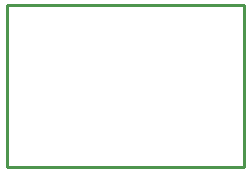
<source format=gm1>
G04*
G04 #@! TF.GenerationSoftware,Altium Limited,Altium Designer,18.1.9 (240)*
G04*
G04 Layer_Color=16711935*
%FSLAX25Y25*%
%MOIN*%
G70*
G01*
G75*
%ADD11C,0.01000*%
D11*
X382840Y186811D02*
Y240945D01*
X304100Y186811D02*
X382840D01*
X304100D02*
Y240945D01*
X382840D01*
M02*

</source>
